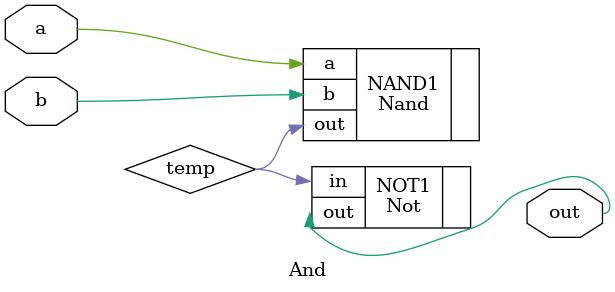
<source format=v>
/**
 * And gate: 
 * out = 1 if (a == 1 and b == 1)
 *       0 otherwise
 */

 
module And(
	input a,
	input b,
	output out
);

	// Put your code here:
	wire temp;
	Nand NAND1(.a(a),.b(b),.out(temp));
	Not NOT1(.in(temp),.out(out));

endmodule

</source>
